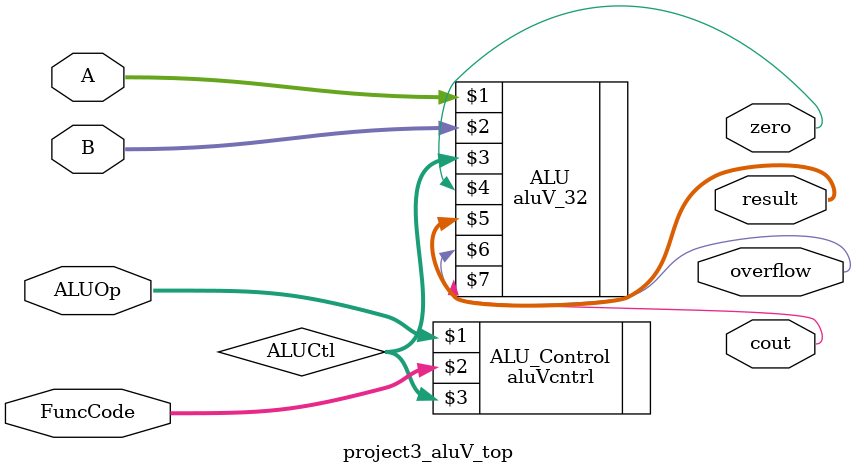
<source format=v>
`timescale 1ns / 1ns


module project3_aluV_top(
        input [1:0] ALUOp,
        input [9:0] FuncCode, // {func3, func7}
        input [31:0] A, 
        input [31:0] B, 
        output zero,
        output [31:0] result,
        output overflow,
        output cout
    );
    
    wire [3:0] ALUCtl;
    
    aluVcntrl ALU_Control(ALUOp, FuncCode, ALUCtl);
    
    aluV_32 ALU(A, B, ALUCtl, zero, result, overflow, cout);
    
endmodule
</source>
